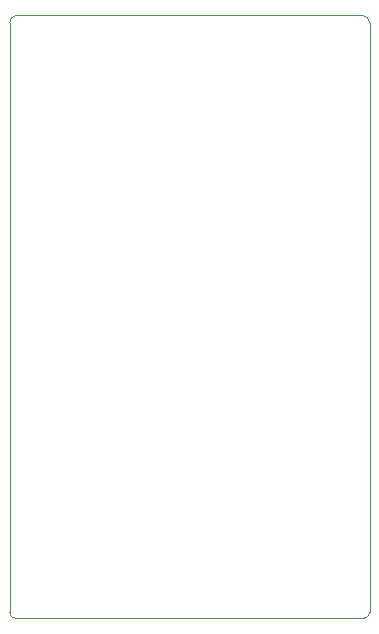
<source format=gm1>
G04 #@! TF.GenerationSoftware,KiCad,Pcbnew,7.0.9-7.0.9~ubuntu20.04.1*
G04 #@! TF.CreationDate,2024-01-18T00:40:07+01:00*
G04 #@! TF.ProjectId,kicad-pmod_bldc,6b696361-642d-4706-9d6f-645f626c6463,1.0*
G04 #@! TF.SameCoordinates,Original*
G04 #@! TF.FileFunction,Profile,NP*
%FSLAX46Y46*%
G04 Gerber Fmt 4.6, Leading zero omitted, Abs format (unit mm)*
G04 Created by KiCad (PCBNEW 7.0.9-7.0.9~ubuntu20.04.1) date 2024-01-18 00:40:07*
%MOMM*%
%LPD*%
G01*
G04 APERTURE LIST*
G04 #@! TA.AperFunction,Profile*
%ADD10C,0.100000*%
G04 #@! TD*
G04 APERTURE END LIST*
D10*
X129032000Y-101600000D02*
G75*
G03*
X129540000Y-101092000I0J508000D01*
G01*
X99060000Y-101092000D02*
G75*
G03*
X99568000Y-101600000I508000J0D01*
G01*
X99695000Y-50546000D02*
G75*
G03*
X99060000Y-51181000I0J-635000D01*
G01*
X129540000Y-51181000D02*
G75*
G03*
X128905000Y-50546000I-635000J0D01*
G01*
X129540000Y-101092000D02*
X129540000Y-51181000D01*
X128905000Y-50546000D02*
X99695000Y-50546000D01*
X99568000Y-101600000D02*
X129032000Y-101600000D01*
X99060000Y-51181000D02*
X99060000Y-101092000D01*
M02*

</source>
